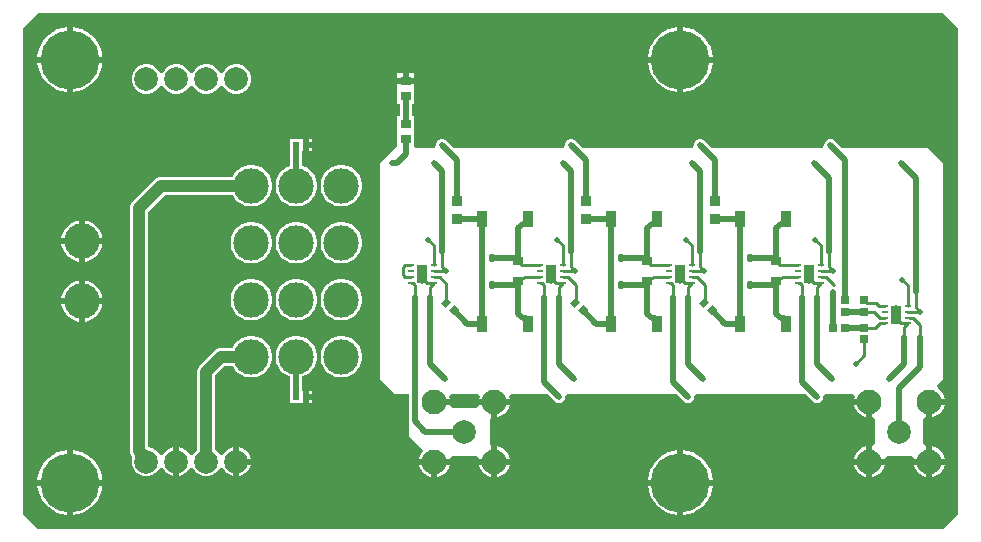
<source format=gtl>
G04*
G04 #@! TF.GenerationSoftware,Altium Limited,Altium Designer,22.10.1 (41)*
G04*
G04 Layer_Physical_Order=1*
G04 Layer_Color=255*
%FSLAX44Y44*%
%MOMM*%
G71*
G04*
G04 #@! TF.SameCoordinates,7D2A880A-0552-440C-8A1C-2383AA23BDA6*
G04*
G04*
G04 #@! TF.FilePolarity,Positive*
G04*
G01*
G75*
%ADD11C,0.2540*%
%ADD15R,0.6500X0.7000*%
%ADD16R,0.7000X0.6500*%
G04:AMPARAMS|DCode=17|XSize=0.5mm|YSize=0.25mm|CornerRadius=0.05mm|HoleSize=0mm|Usage=FLASHONLY|Rotation=0.000|XOffset=0mm|YOffset=0mm|HoleType=Round|Shape=RoundedRectangle|*
%AMROUNDEDRECTD17*
21,1,0.5000,0.1500,0,0,0.0*
21,1,0.4000,0.2500,0,0,0.0*
1,1,0.1000,0.2000,-0.0750*
1,1,0.1000,-0.2000,-0.0750*
1,1,0.1000,-0.2000,0.0750*
1,1,0.1000,0.2000,0.0750*
%
%ADD17ROUNDEDRECTD17*%
G04:AMPARAMS|DCode=18|XSize=0.9mm|YSize=1.6mm|CornerRadius=0.0495mm|HoleSize=0mm|Usage=FLASHONLY|Rotation=0.000|XOffset=0mm|YOffset=0mm|HoleType=Round|Shape=RoundedRectangle|*
%AMROUNDEDRECTD18*
21,1,0.9000,1.5010,0,0,0.0*
21,1,0.8010,1.6000,0,0,0.0*
1,1,0.0990,0.4005,-0.7505*
1,1,0.0990,-0.4005,-0.7505*
1,1,0.0990,-0.4005,0.7505*
1,1,0.0990,0.4005,0.7505*
%
%ADD18ROUNDEDRECTD18*%
%ADD19R,0.9300X0.7900*%
%ADD20R,0.9700X0.9000*%
%ADD21R,0.9000X1.4000*%
%ADD22R,0.9500X0.8000*%
%ADD23R,0.5200X0.5200*%
G04:AMPARAMS|DCode=24|XSize=0.51mm|YSize=0.6mm|CornerRadius=0mm|HoleSize=0mm|Usage=FLASHONLY|Rotation=315.000|XOffset=0mm|YOffset=0mm|HoleType=Round|Shape=Rectangle|*
%AMROTATEDRECTD24*
4,1,4,-0.3925,-0.0318,0.0318,0.3925,0.3925,0.0318,-0.0318,-0.3925,-0.3925,-0.0318,0.0*
%
%ADD24ROTATEDRECTD24*%

G04:AMPARAMS|DCode=25|XSize=0.6mm|YSize=0.54mm|CornerRadius=0.1431mm|HoleSize=0mm|Usage=FLASHONLY|Rotation=270.000|XOffset=0mm|YOffset=0mm|HoleType=Round|Shape=RoundedRectangle|*
%AMROUNDEDRECTD25*
21,1,0.6000,0.2538,0,0,270.0*
21,1,0.3138,0.5400,0,0,270.0*
1,1,0.2862,-0.1269,-0.1569*
1,1,0.2862,-0.1269,0.1569*
1,1,0.2862,0.1269,0.1569*
1,1,0.2862,0.1269,-0.1569*
%
%ADD25ROUNDEDRECTD25*%
%ADD41C,0.5000*%
%ADD43C,0.5080*%
%ADD44C,1.0160*%
%ADD45C,3.0000*%
%ADD46C,5.0000*%
%ADD47C,2.0000*%
%ADD48C,2.1000*%
%ADD49C,0.5080*%
G36*
X751840Y384810D02*
Y-26670D01*
X739140Y-39370D01*
X-26670D01*
X-39370Y-26670D01*
Y384810D01*
X-26670Y397510D01*
X739140D01*
X751840Y384810D01*
D02*
G37*
%LPC*%
G36*
X519430Y385621D02*
Y360680D01*
X544371D01*
X543752Y364589D01*
X542412Y368712D01*
X540444Y372574D01*
X537896Y376081D01*
X534831Y379146D01*
X531324Y381694D01*
X527462Y383662D01*
X523339Y385002D01*
X519430Y385621D01*
D02*
G37*
G36*
X514350D02*
X510441Y385002D01*
X506318Y383662D01*
X502456Y381694D01*
X498949Y379146D01*
X495884Y376081D01*
X493336Y372574D01*
X491368Y368712D01*
X490028Y364589D01*
X489409Y360680D01*
X514350D01*
Y385621D01*
D02*
G37*
G36*
X2540D02*
Y360680D01*
X27481D01*
X26862Y364589D01*
X25522Y368712D01*
X23554Y372574D01*
X21006Y376081D01*
X17941Y379146D01*
X14434Y381694D01*
X10572Y383662D01*
X6449Y385002D01*
X2540Y385621D01*
D02*
G37*
G36*
X-2540D02*
X-6449Y385002D01*
X-10572Y383662D01*
X-14434Y381694D01*
X-17941Y379146D01*
X-21006Y376081D01*
X-23554Y372574D01*
X-25522Y368712D01*
X-26862Y364589D01*
X-27481Y360680D01*
X-2540D01*
Y385621D01*
D02*
G37*
G36*
X142621Y354170D02*
X139319D01*
X136130Y353315D01*
X133270Y351665D01*
X130935Y349330D01*
X129683Y347161D01*
X128930Y346947D01*
X127610D01*
X126857Y347161D01*
X125604Y349330D01*
X123270Y351665D01*
X120410Y353315D01*
X117221Y354170D01*
X113919D01*
X110730Y353315D01*
X107870Y351665D01*
X105535Y349330D01*
X104283Y347161D01*
X103530Y346947D01*
X102210D01*
X101457Y347161D01*
X100204Y349330D01*
X97870Y351665D01*
X95010Y353315D01*
X91821Y354170D01*
X88519D01*
X85330Y353315D01*
X82470Y351665D01*
X80135Y349330D01*
X78883Y347161D01*
X78130Y346947D01*
X76810D01*
X76057Y347161D01*
X74805Y349330D01*
X72470Y351665D01*
X69610Y353315D01*
X66421Y354170D01*
X63119D01*
X59930Y353315D01*
X57070Y351665D01*
X54735Y349330D01*
X53085Y346470D01*
X52230Y343281D01*
Y339979D01*
X53085Y336790D01*
X54735Y333930D01*
X57070Y331595D01*
X59930Y329945D01*
X63119Y329090D01*
X66421D01*
X69610Y329945D01*
X72470Y331595D01*
X74805Y333930D01*
X76057Y336099D01*
X76810Y336313D01*
X78130D01*
X78883Y336099D01*
X80135Y333930D01*
X82470Y331595D01*
X85330Y329945D01*
X88519Y329090D01*
X91821D01*
X95010Y329945D01*
X97870Y331595D01*
X100204Y333930D01*
X101457Y336099D01*
X102210Y336313D01*
X103530D01*
X104283Y336099D01*
X105535Y333930D01*
X107870Y331595D01*
X110730Y329945D01*
X113919Y329090D01*
X117221D01*
X120410Y329945D01*
X123270Y331595D01*
X125604Y333930D01*
X126857Y336099D01*
X127610Y336313D01*
X128930D01*
X129683Y336099D01*
X130935Y333930D01*
X133270Y331595D01*
X136130Y329945D01*
X139319Y329090D01*
X142621D01*
X145810Y329945D01*
X148670Y331595D01*
X151004Y333930D01*
X152655Y336790D01*
X153510Y339979D01*
Y343281D01*
X152655Y346470D01*
X151004Y349330D01*
X148670Y351665D01*
X145810Y353315D01*
X142621Y354170D01*
D02*
G37*
G36*
X291770Y346900D02*
X287020D01*
Y342900D01*
X291770D01*
Y346900D01*
D02*
G37*
G36*
X281940D02*
X277190D01*
Y342900D01*
X281940D01*
Y346900D01*
D02*
G37*
G36*
X544371Y355600D02*
X519430D01*
Y330659D01*
X523339Y331278D01*
X527462Y332618D01*
X531324Y334586D01*
X534831Y337134D01*
X537896Y340199D01*
X540444Y343706D01*
X542412Y347568D01*
X543752Y351691D01*
X544371Y355600D01*
D02*
G37*
G36*
X514350D02*
X489409D01*
X490028Y351691D01*
X491368Y347568D01*
X493336Y343706D01*
X495884Y340199D01*
X498949Y337134D01*
X502456Y334586D01*
X506318Y332618D01*
X510441Y331278D01*
X514350Y330659D01*
Y355600D01*
D02*
G37*
G36*
X27481D02*
X2540D01*
Y330659D01*
X6449Y331278D01*
X10572Y332618D01*
X14434Y334586D01*
X17941Y337134D01*
X21006Y340199D01*
X23554Y343706D01*
X25522Y347568D01*
X26862Y351691D01*
X27481Y355600D01*
D02*
G37*
G36*
X-2540D02*
X-27481D01*
X-26862Y351691D01*
X-25522Y347568D01*
X-23554Y343706D01*
X-21006Y340199D01*
X-17941Y337134D01*
X-14434Y334586D01*
X-10572Y332618D01*
X-6449Y331278D01*
X-2540Y330659D01*
Y355600D01*
D02*
G37*
G36*
X204910Y290890D02*
X202310D01*
Y288290D01*
X204910D01*
Y290890D01*
D02*
G37*
G36*
Y283210D02*
X202310D01*
Y280610D01*
X204910D01*
Y283210D01*
D02*
G37*
G36*
X231597Y269000D02*
X228143D01*
X224754Y268326D01*
X221562Y267004D01*
X218689Y265084D01*
X216246Y262641D01*
X214326Y259768D01*
X213004Y256576D01*
X212330Y253188D01*
Y249732D01*
X213004Y246344D01*
X214326Y243152D01*
X216246Y240279D01*
X218689Y237836D01*
X221562Y235916D01*
X224754Y234594D01*
X228143Y233920D01*
X231597D01*
X234986Y234594D01*
X238178Y235916D01*
X241051Y237836D01*
X243494Y240279D01*
X245414Y243152D01*
X246736Y246344D01*
X247410Y249732D01*
Y253188D01*
X246736Y256576D01*
X245414Y259768D01*
X243494Y262641D01*
X241051Y265084D01*
X238178Y267004D01*
X234986Y268326D01*
X231597Y269000D01*
D02*
G37*
G36*
X191770Y290930D02*
X191571Y290890D01*
X186630D01*
Y285949D01*
X186590Y285750D01*
Y268300D01*
X183462Y267004D01*
X180589Y265084D01*
X178146Y262641D01*
X176226Y259768D01*
X174904Y256576D01*
X174230Y253188D01*
Y249732D01*
X174904Y246344D01*
X176226Y243152D01*
X178146Y240279D01*
X180589Y237836D01*
X183462Y235916D01*
X186654Y234594D01*
X190042Y233920D01*
X193498D01*
X196886Y234594D01*
X200078Y235916D01*
X202951Y237836D01*
X205394Y240279D01*
X207314Y243152D01*
X208636Y246344D01*
X209310Y249732D01*
Y253188D01*
X208636Y256576D01*
X207314Y259768D01*
X205394Y262641D01*
X202951Y265084D01*
X200078Y267004D01*
X196950Y268300D01*
Y280610D01*
X197230D01*
Y285750D01*
Y290890D01*
X191969D01*
X191770Y290930D01*
D02*
G37*
G36*
X155398Y269000D02*
X151943D01*
X148554Y268326D01*
X145362Y267004D01*
X142489Y265084D01*
X140046Y262641D01*
X138126Y259768D01*
X137868Y259146D01*
X77470D01*
X75481Y258884D01*
X73627Y258116D01*
X72035Y256895D01*
X52985Y237845D01*
X51764Y236253D01*
X50996Y234399D01*
X50734Y232410D01*
Y26793D01*
X50996Y24804D01*
X51764Y22950D01*
X52808Y21589D01*
X52230Y19431D01*
Y16129D01*
X53085Y12940D01*
X54735Y10080D01*
X57070Y7746D01*
X59930Y6095D01*
X63119Y5240D01*
X66421D01*
X69610Y6095D01*
X72470Y7746D01*
X74805Y10080D01*
X76057Y12249D01*
X76810Y12463D01*
X78130D01*
X78883Y12249D01*
X80135Y10080D01*
X82470Y7746D01*
X85330Y6095D01*
X87630Y5478D01*
Y17780D01*
Y30082D01*
X85330Y29465D01*
X82470Y27815D01*
X80135Y25480D01*
X78883Y23311D01*
X78130Y23097D01*
X76810D01*
X76057Y23311D01*
X74805Y25480D01*
X72470Y27815D01*
X69610Y29465D01*
X66421Y30320D01*
X66106D01*
Y229226D01*
X80654Y243774D01*
X137868D01*
X138126Y243152D01*
X140046Y240279D01*
X142489Y237836D01*
X145362Y235916D01*
X148554Y234594D01*
X151943Y233920D01*
X155398D01*
X158786Y234594D01*
X161978Y235916D01*
X164851Y237836D01*
X167294Y240279D01*
X169214Y243152D01*
X170536Y246344D01*
X171210Y249732D01*
Y253188D01*
X170536Y256576D01*
X169214Y259768D01*
X167294Y262641D01*
X164851Y265084D01*
X161978Y267004D01*
X158786Y268326D01*
X155398Y269000D01*
D02*
G37*
G36*
X12700Y221848D02*
Y207010D01*
X27538D01*
X27026Y209586D01*
X25704Y212778D01*
X23784Y215651D01*
X21341Y218094D01*
X18468Y220014D01*
X15276Y221336D01*
X12700Y221848D01*
D02*
G37*
G36*
X7620D02*
X5044Y221336D01*
X1852Y220014D01*
X-1021Y218094D01*
X-3464Y215651D01*
X-5384Y212778D01*
X-6706Y209586D01*
X-7218Y207010D01*
X7620D01*
Y221848D01*
D02*
G37*
G36*
X27538Y201930D02*
X12700D01*
Y187092D01*
X15276Y187604D01*
X18468Y188926D01*
X21341Y190846D01*
X23784Y193289D01*
X25704Y196162D01*
X27026Y199354D01*
X27538Y201930D01*
D02*
G37*
G36*
X7620D02*
X-7218D01*
X-6706Y199354D01*
X-5384Y196162D01*
X-3464Y193289D01*
X-1021Y190846D01*
X1852Y188926D01*
X5044Y187604D01*
X7620Y187092D01*
Y201930D01*
D02*
G37*
G36*
X231597Y220740D02*
X228143D01*
X224754Y220066D01*
X221562Y218744D01*
X218689Y216824D01*
X216246Y214381D01*
X214326Y211508D01*
X213004Y208316D01*
X212330Y204928D01*
Y201472D01*
X213004Y198084D01*
X214326Y194892D01*
X216246Y192019D01*
X218689Y189576D01*
X221562Y187656D01*
X224754Y186334D01*
X228143Y185660D01*
X231597D01*
X234986Y186334D01*
X238178Y187656D01*
X241051Y189576D01*
X243494Y192019D01*
X245414Y194892D01*
X246736Y198084D01*
X247410Y201472D01*
Y204928D01*
X246736Y208316D01*
X245414Y211508D01*
X243494Y214381D01*
X241051Y216824D01*
X238178Y218744D01*
X234986Y220066D01*
X231597Y220740D01*
D02*
G37*
G36*
X193498D02*
X190042D01*
X186654Y220066D01*
X183462Y218744D01*
X180589Y216824D01*
X178146Y214381D01*
X176226Y211508D01*
X174904Y208316D01*
X174230Y204928D01*
Y201472D01*
X174904Y198084D01*
X176226Y194892D01*
X178146Y192019D01*
X180589Y189576D01*
X183462Y187656D01*
X186654Y186334D01*
X190042Y185660D01*
X193498D01*
X196886Y186334D01*
X200078Y187656D01*
X202951Y189576D01*
X205394Y192019D01*
X207314Y194892D01*
X208636Y198084D01*
X209310Y201472D01*
Y204928D01*
X208636Y208316D01*
X207314Y211508D01*
X205394Y214381D01*
X202951Y216824D01*
X200078Y218744D01*
X196886Y220066D01*
X193498Y220740D01*
D02*
G37*
G36*
X155398D02*
X151943D01*
X148554Y220066D01*
X145362Y218744D01*
X142489Y216824D01*
X140046Y214381D01*
X138126Y211508D01*
X136804Y208316D01*
X136130Y204928D01*
Y201472D01*
X136804Y198084D01*
X138126Y194892D01*
X140046Y192019D01*
X142489Y189576D01*
X145362Y187656D01*
X148554Y186334D01*
X151943Y185660D01*
X155398D01*
X158786Y186334D01*
X161978Y187656D01*
X164851Y189576D01*
X167294Y192019D01*
X169214Y194892D01*
X170536Y198084D01*
X171210Y201472D01*
Y204928D01*
X170536Y208316D01*
X169214Y211508D01*
X167294Y214381D01*
X164851Y216824D01*
X161978Y218744D01*
X158786Y220066D01*
X155398Y220740D01*
D02*
G37*
G36*
X12700Y171048D02*
Y156210D01*
X27538D01*
X27026Y158786D01*
X25704Y161978D01*
X23784Y164851D01*
X21341Y167294D01*
X18468Y169214D01*
X15276Y170536D01*
X12700Y171048D01*
D02*
G37*
G36*
X7620D02*
X5044Y170536D01*
X1852Y169214D01*
X-1021Y167294D01*
X-3464Y164851D01*
X-5384Y161978D01*
X-6706Y158786D01*
X-7218Y156210D01*
X7620D01*
Y171048D01*
D02*
G37*
G36*
X231597Y172480D02*
X228143D01*
X224754Y171806D01*
X221562Y170484D01*
X218689Y168564D01*
X216246Y166121D01*
X214326Y163248D01*
X213004Y160056D01*
X212330Y156667D01*
Y153212D01*
X213004Y149824D01*
X214326Y146632D01*
X216246Y143759D01*
X218689Y141316D01*
X221562Y139396D01*
X224754Y138074D01*
X228143Y137400D01*
X231597D01*
X234986Y138074D01*
X238178Y139396D01*
X241051Y141316D01*
X243494Y143759D01*
X245414Y146632D01*
X246736Y149824D01*
X247410Y153212D01*
Y156667D01*
X246736Y160056D01*
X245414Y163248D01*
X243494Y166121D01*
X241051Y168564D01*
X238178Y170484D01*
X234986Y171806D01*
X231597Y172480D01*
D02*
G37*
G36*
X193498D02*
X190042D01*
X186654Y171806D01*
X183462Y170484D01*
X180589Y168564D01*
X178146Y166121D01*
X176226Y163248D01*
X174904Y160056D01*
X174230Y156667D01*
Y153212D01*
X174904Y149824D01*
X176226Y146632D01*
X178146Y143759D01*
X180589Y141316D01*
X183462Y139396D01*
X186654Y138074D01*
X190042Y137400D01*
X193498D01*
X196886Y138074D01*
X200078Y139396D01*
X202951Y141316D01*
X205394Y143759D01*
X207314Y146632D01*
X208636Y149824D01*
X209310Y153212D01*
Y156667D01*
X208636Y160056D01*
X207314Y163248D01*
X205394Y166121D01*
X202951Y168564D01*
X200078Y170484D01*
X196886Y171806D01*
X193498Y172480D01*
D02*
G37*
G36*
X155398D02*
X151943D01*
X148554Y171806D01*
X145362Y170484D01*
X142489Y168564D01*
X140046Y166121D01*
X138126Y163248D01*
X136804Y160056D01*
X136130Y156667D01*
Y153212D01*
X136804Y149824D01*
X138126Y146632D01*
X140046Y143759D01*
X142489Y141316D01*
X145362Y139396D01*
X148554Y138074D01*
X151943Y137400D01*
X155398D01*
X158786Y138074D01*
X161978Y139396D01*
X164851Y141316D01*
X167294Y143759D01*
X169214Y146632D01*
X170536Y149824D01*
X171210Y153212D01*
Y156667D01*
X170536Y160056D01*
X169214Y163248D01*
X167294Y166121D01*
X164851Y168564D01*
X161978Y170484D01*
X158786Y171806D01*
X155398Y172480D01*
D02*
G37*
G36*
X27538Y151130D02*
X12700D01*
Y136292D01*
X15276Y136804D01*
X18468Y138126D01*
X21341Y140046D01*
X23784Y142489D01*
X25704Y145362D01*
X27026Y148554D01*
X27538Y151130D01*
D02*
G37*
G36*
X7620D02*
X-7218D01*
X-6706Y148554D01*
X-5384Y145362D01*
X-3464Y142489D01*
X-1021Y140046D01*
X1852Y138126D01*
X5044Y136804D01*
X7620Y136292D01*
Y151130D01*
D02*
G37*
G36*
X155398Y124220D02*
X151943D01*
X148554Y123546D01*
X145362Y122224D01*
X142489Y120304D01*
X140046Y117861D01*
X138126Y114988D01*
X137868Y114366D01*
X128270D01*
X128270Y114366D01*
X126281Y114104D01*
X124427Y113336D01*
X122835Y112115D01*
X110135Y99415D01*
X108914Y97823D01*
X108146Y95969D01*
X107884Y93980D01*
Y27823D01*
X107870Y27815D01*
X105535Y25480D01*
X104283Y23311D01*
X103530Y23097D01*
X102210D01*
X101457Y23311D01*
X100204Y25480D01*
X97870Y27815D01*
X95010Y29465D01*
X92710Y30082D01*
Y17780D01*
Y5478D01*
X95010Y6095D01*
X97870Y7746D01*
X100204Y10080D01*
X101457Y12249D01*
X102210Y12463D01*
X103530D01*
X104283Y12249D01*
X105535Y10080D01*
X107870Y7746D01*
X110730Y6095D01*
X113919Y5240D01*
X117221D01*
X120410Y6095D01*
X123270Y7746D01*
X125604Y10080D01*
X126857Y12249D01*
X127610Y12463D01*
X128930D01*
X129683Y12249D01*
X130935Y10080D01*
X133270Y7746D01*
X136130Y6095D01*
X138430Y5478D01*
Y17780D01*
Y30082D01*
X136130Y29465D01*
X133270Y27815D01*
X130935Y25480D01*
X129683Y23311D01*
X128930Y23097D01*
X127610D01*
X126857Y23311D01*
X125604Y25480D01*
X123270Y27815D01*
X123256Y27823D01*
Y90796D01*
X131454Y98994D01*
X137868D01*
X138126Y98372D01*
X140046Y95499D01*
X142489Y93056D01*
X145362Y91136D01*
X148554Y89814D01*
X151943Y89140D01*
X155398D01*
X158786Y89814D01*
X161978Y91136D01*
X164851Y93056D01*
X167294Y95499D01*
X169214Y98372D01*
X170536Y101564D01*
X171210Y104952D01*
Y108407D01*
X170536Y111796D01*
X169214Y114988D01*
X167294Y117861D01*
X164851Y120304D01*
X161978Y122224D01*
X158786Y123546D01*
X155398Y124220D01*
D02*
G37*
G36*
X231597D02*
X228143D01*
X224754Y123546D01*
X221562Y122224D01*
X218689Y120304D01*
X216246Y117861D01*
X214326Y114988D01*
X213004Y111796D01*
X212330Y108407D01*
Y104952D01*
X213004Y101564D01*
X214326Y98372D01*
X216246Y95499D01*
X218689Y93056D01*
X221562Y91136D01*
X224754Y89814D01*
X228143Y89140D01*
X231597D01*
X234986Y89814D01*
X238178Y91136D01*
X241051Y93056D01*
X243494Y95499D01*
X245414Y98372D01*
X246736Y101564D01*
X247410Y104952D01*
Y108407D01*
X246736Y111796D01*
X245414Y114988D01*
X243494Y117861D01*
X241051Y120304D01*
X238178Y122224D01*
X234986Y123546D01*
X231597Y124220D01*
D02*
G37*
G36*
X204910Y77530D02*
X202310D01*
Y74930D01*
X204910D01*
Y77530D01*
D02*
G37*
G36*
Y69850D02*
X202310D01*
Y67250D01*
X204910D01*
Y69850D01*
D02*
G37*
G36*
X193498Y124220D02*
X190042D01*
X186654Y123546D01*
X183462Y122224D01*
X180589Y120304D01*
X178146Y117861D01*
X176226Y114988D01*
X174904Y111796D01*
X174230Y108407D01*
Y104952D01*
X174904Y101564D01*
X176226Y98372D01*
X178146Y95499D01*
X180589Y93056D01*
X183462Y91136D01*
X186590Y89840D01*
Y72390D01*
X186630Y72191D01*
Y67250D01*
X191571D01*
X191770Y67210D01*
X191969Y67250D01*
X197230D01*
Y72390D01*
Y77530D01*
X196950D01*
Y89840D01*
X200078Y91136D01*
X202951Y93056D01*
X205394Y95499D01*
X207314Y98372D01*
X208636Y101564D01*
X209310Y104952D01*
Y108407D01*
X208636Y111796D01*
X207314Y114988D01*
X205394Y117861D01*
X202951Y120304D01*
X200078Y122224D01*
X196886Y123546D01*
X193498Y124220D01*
D02*
G37*
G36*
X740529Y66040D02*
X730250D01*
Y55761D01*
X732743Y56429D01*
X735717Y58145D01*
X738145Y60573D01*
X739861Y63547D01*
X740529Y66040D01*
D02*
G37*
G36*
X372229D02*
X361950D01*
Y55761D01*
X364443Y56429D01*
X367417Y58145D01*
X369845Y60573D01*
X371561Y63547D01*
X372229Y66040D01*
D02*
G37*
G36*
X674370D02*
X664091D01*
X664759Y63547D01*
X666475Y60573D01*
X668903Y58145D01*
X671877Y56429D01*
X674370Y55761D01*
Y66040D01*
D02*
G37*
G36*
X730250Y30599D02*
Y20320D01*
X740529D01*
X739861Y22813D01*
X738145Y25787D01*
X735717Y28215D01*
X732743Y29931D01*
X730250Y30599D01*
D02*
G37*
G36*
X361950D02*
Y20320D01*
X372229D01*
X371561Y22813D01*
X369845Y25787D01*
X367417Y28215D01*
X364443Y29931D01*
X361950Y30599D01*
D02*
G37*
G36*
X143510Y30082D02*
Y20320D01*
X153272D01*
X152655Y22620D01*
X151004Y25480D01*
X148670Y27815D01*
X145810Y29465D01*
X143510Y30082D01*
D02*
G37*
G36*
X674370Y30599D02*
X671877Y29931D01*
X668903Y28215D01*
X666475Y25787D01*
X664759Y22813D01*
X664091Y20320D01*
X674370D01*
Y30599D01*
D02*
G37*
G36*
X291770Y337820D02*
X277190D01*
Y333820D01*
Y320820D01*
X279300D01*
Y310070D01*
X277190D01*
Y296990D01*
Y283990D01*
X275590Y283210D01*
X262890Y270510D01*
Y87630D01*
X275590Y74930D01*
X286921D01*
Y63500D01*
Y52070D01*
X287020Y51570D01*
Y39370D01*
X299083Y26694D01*
X298175Y25787D01*
X296459Y22813D01*
X295791Y20320D01*
X308610D01*
X321429D01*
X323378Y22860D01*
X344642D01*
X346591Y20320D01*
X356870D01*
Y31371D01*
X355600Y32345D01*
Y54015D01*
X356870Y54989D01*
Y66040D01*
X346591D01*
X344642Y63500D01*
X323378D01*
X321429Y66040D01*
X308610D01*
Y71120D01*
X321429D01*
X321089Y72390D01*
X322709Y74930D01*
X345311D01*
X346931Y72390D01*
X346591Y71120D01*
X359410D01*
X372229D01*
X371889Y72390D01*
X373509Y74930D01*
X404155D01*
X410358Y68727D01*
X410782Y68444D01*
X411142Y68083D01*
X411614Y67888D01*
X412038Y67605D01*
X412538Y67505D01*
X413009Y67310D01*
X413520D01*
X414020Y67210D01*
X414520Y67310D01*
X415031D01*
X415502Y67505D01*
X416002Y67605D01*
X416426Y67888D01*
X416898Y68083D01*
X417258Y68444D01*
X417682Y68727D01*
X417966Y69152D01*
X418327Y69512D01*
X418522Y69984D01*
X418805Y70408D01*
X418905Y70908D01*
X419100Y71379D01*
Y71890D01*
X419199Y72390D01*
X420161Y74187D01*
X421026Y74827D01*
X421255Y74930D01*
X513375D01*
X519577Y68727D01*
X520002Y68444D01*
X520362Y68083D01*
X520834Y67888D01*
X521258Y67605D01*
X521758Y67505D01*
X522229Y67310D01*
X522740D01*
X523240Y67210D01*
X523740Y67310D01*
X524250D01*
X524722Y67505D01*
X525222Y67605D01*
X525646Y67888D01*
X526118Y68083D01*
X526478Y68444D01*
X526903Y68727D01*
X527186Y69152D01*
X527547Y69512D01*
X527742Y69984D01*
X528025Y70408D01*
X528125Y70908D01*
X528320Y71379D01*
Y71890D01*
X528419Y72390D01*
X529381Y74187D01*
X530246Y74827D01*
X530475Y74930D01*
X622595D01*
X628797Y68727D01*
X629222Y68444D01*
X629582Y68083D01*
X630054Y67888D01*
X630478Y67605D01*
X630978Y67505D01*
X631450Y67310D01*
X631960D01*
X632460Y67210D01*
X632960Y67310D01*
X633470D01*
X633942Y67505D01*
X634442Y67605D01*
X634866Y67888D01*
X635338Y68083D01*
X635698Y68444D01*
X636123Y68727D01*
X636406Y69152D01*
X636767Y69512D01*
X636962Y69984D01*
X637245Y70408D01*
X637345Y70908D01*
X637540Y71379D01*
Y71890D01*
X637640Y72390D01*
X638601Y74187D01*
X639466Y74827D01*
X639695Y74930D01*
X662811D01*
X664431Y72390D01*
X664091Y71120D01*
X676910D01*
Y68580D01*
X679450D01*
Y55761D01*
X681990Y53812D01*
Y32548D01*
X679450Y30599D01*
Y20320D01*
X689729D01*
X691678Y22860D01*
X712942D01*
X714891Y20320D01*
X725170D01*
Y30599D01*
X722630Y32548D01*
Y53812D01*
X725170Y55761D01*
Y68580D01*
X727710D01*
Y71120D01*
X740529D01*
X739861Y73613D01*
X738145Y76587D01*
X735717Y79015D01*
X734702Y79600D01*
X734285Y82774D01*
X739140Y87630D01*
Y270510D01*
X726440Y283210D01*
X653755D01*
X647552Y289412D01*
X647128Y289696D01*
X646768Y290057D01*
X646296Y290252D01*
X645872Y290535D01*
X645372Y290635D01*
X644901Y290830D01*
X644390D01*
X643890Y290930D01*
X643390Y290830D01*
X642879D01*
X642408Y290635D01*
X641908Y290535D01*
X641484Y290252D01*
X641012Y290057D01*
X640652Y289696D01*
X640228Y289412D01*
X639944Y288988D01*
X639583Y288628D01*
X639388Y288156D01*
X639105Y287732D01*
X639005Y287232D01*
X638810Y286761D01*
Y286250D01*
X638711Y285750D01*
X637749Y283953D01*
X636884Y283313D01*
X636655Y283210D01*
X543265D01*
X537062Y289412D01*
X536638Y289696D01*
X536278Y290057D01*
X535806Y290252D01*
X535382Y290535D01*
X534882Y290635D01*
X534411Y290830D01*
X533900D01*
X533400Y290930D01*
X532900Y290830D01*
X532389D01*
X531918Y290635D01*
X531418Y290535D01*
X530994Y290252D01*
X530522Y290057D01*
X530162Y289696D01*
X529738Y289412D01*
X529454Y288988D01*
X529093Y288628D01*
X528898Y288156D01*
X528615Y287732D01*
X528515Y287232D01*
X528320Y286761D01*
Y286250D01*
X528220Y285750D01*
X527259Y283953D01*
X526394Y283313D01*
X526165Y283210D01*
X434045D01*
X427842Y289412D01*
X427418Y289696D01*
X427058Y290057D01*
X426586Y290252D01*
X426162Y290535D01*
X425662Y290635D01*
X425191Y290830D01*
X424680D01*
X424180Y290930D01*
X423680Y290830D01*
X423170D01*
X422698Y290635D01*
X422198Y290535D01*
X421774Y290252D01*
X421302Y290057D01*
X420942Y289696D01*
X420518Y289412D01*
X420234Y288988D01*
X419873Y288628D01*
X419678Y288156D01*
X419395Y287732D01*
X419295Y287232D01*
X419100Y286761D01*
Y286250D01*
X419001Y285750D01*
X418039Y283953D01*
X417174Y283313D01*
X416945Y283210D01*
X324825D01*
X318622Y289412D01*
X318198Y289696D01*
X317838Y290057D01*
X317366Y290252D01*
X316942Y290535D01*
X316442Y290635D01*
X315970Y290830D01*
X315460D01*
X314960Y290930D01*
X314460Y290830D01*
X313950D01*
X313478Y290635D01*
X312978Y290535D01*
X312554Y290252D01*
X312082Y290057D01*
X311722Y289696D01*
X311297Y289412D01*
X311014Y288988D01*
X310653Y288628D01*
X310458Y288156D01*
X310175Y287732D01*
X310075Y287232D01*
X309880Y286761D01*
Y286250D01*
X309781Y285750D01*
X308819Y283953D01*
X307954Y283313D01*
X307725Y283210D01*
X293987D01*
X291770Y283990D01*
Y296990D01*
Y310070D01*
X289660D01*
Y320820D01*
X291770D01*
Y333820D01*
Y337820D01*
D02*
G37*
G36*
X153272Y15240D02*
X143510D01*
Y5478D01*
X145810Y6095D01*
X148670Y7746D01*
X151004Y10080D01*
X152655Y12940D01*
X153272Y15240D01*
D02*
G37*
G36*
X740529D02*
X730250D01*
Y4961D01*
X732743Y5629D01*
X735717Y7345D01*
X738145Y9773D01*
X739861Y12747D01*
X740529Y15240D01*
D02*
G37*
G36*
X321429D02*
X311150D01*
Y4961D01*
X313643Y5629D01*
X316617Y7345D01*
X319045Y9773D01*
X320761Y12747D01*
X321429Y15240D01*
D02*
G37*
G36*
X372229D02*
X361950D01*
Y4961D01*
X364443Y5629D01*
X367417Y7345D01*
X369845Y9773D01*
X371561Y12747D01*
X372229Y15240D01*
D02*
G37*
G36*
X689729D02*
X679450D01*
Y4961D01*
X681943Y5629D01*
X684917Y7345D01*
X687345Y9773D01*
X689061Y12747D01*
X689729Y15240D01*
D02*
G37*
G36*
X674370D02*
X664091D01*
X664759Y12747D01*
X666475Y9773D01*
X668903Y7345D01*
X671877Y5629D01*
X674370Y4961D01*
Y15240D01*
D02*
G37*
G36*
X356870D02*
X346591D01*
X347259Y12747D01*
X348975Y9773D01*
X351403Y7345D01*
X354377Y5629D01*
X356870Y4961D01*
Y15240D01*
D02*
G37*
G36*
X306070D02*
X295791D01*
X296459Y12747D01*
X298175Y9773D01*
X300603Y7345D01*
X303577Y5629D01*
X306070Y4961D01*
Y15240D01*
D02*
G37*
G36*
X725170D02*
X714891D01*
X715559Y12747D01*
X717275Y9773D01*
X719703Y7345D01*
X722677Y5629D01*
X725170Y4961D01*
Y15240D01*
D02*
G37*
G36*
X519430Y27481D02*
Y2540D01*
X544371D01*
X543752Y6449D01*
X542412Y10572D01*
X540444Y14434D01*
X537896Y17941D01*
X534831Y21006D01*
X531324Y23554D01*
X527462Y25522D01*
X523339Y26862D01*
X519430Y27481D01*
D02*
G37*
G36*
X514350D02*
X510441Y26862D01*
X506318Y25522D01*
X502456Y23554D01*
X498949Y21006D01*
X495884Y17941D01*
X493336Y14434D01*
X491368Y10572D01*
X490028Y6449D01*
X489409Y2540D01*
X514350D01*
Y27481D01*
D02*
G37*
G36*
X2540D02*
Y2540D01*
X27481D01*
X26862Y6449D01*
X25522Y10572D01*
X23554Y14434D01*
X21006Y17941D01*
X17941Y21006D01*
X14434Y23554D01*
X10572Y25522D01*
X6449Y26862D01*
X2540Y27481D01*
D02*
G37*
G36*
X-2540D02*
X-6449Y26862D01*
X-10572Y25522D01*
X-14434Y23554D01*
X-17941Y21006D01*
X-21006Y17941D01*
X-23554Y14434D01*
X-25522Y10572D01*
X-26862Y6449D01*
X-27481Y2540D01*
X-2540D01*
Y27481D01*
D02*
G37*
G36*
X544371Y-2540D02*
X519430D01*
Y-27481D01*
X523339Y-26862D01*
X527462Y-25522D01*
X531324Y-23554D01*
X534831Y-21006D01*
X537896Y-17941D01*
X540444Y-14434D01*
X542412Y-10572D01*
X543752Y-6449D01*
X544371Y-2540D01*
D02*
G37*
G36*
X514350D02*
X489409D01*
X490028Y-6449D01*
X491368Y-10572D01*
X493336Y-14434D01*
X495884Y-17941D01*
X498949Y-21006D01*
X502456Y-23554D01*
X506318Y-25522D01*
X510441Y-26862D01*
X514350Y-27481D01*
Y-2540D01*
D02*
G37*
G36*
X27481D02*
X2540D01*
Y-27481D01*
X6449Y-26862D01*
X10572Y-25522D01*
X14434Y-23554D01*
X17941Y-21006D01*
X21006Y-17941D01*
X23554Y-14434D01*
X25522Y-10572D01*
X26862Y-6449D01*
X27481Y-2540D01*
D02*
G37*
G36*
X-2540D02*
X-27481D01*
X-26862Y-6449D01*
X-25522Y-10572D01*
X-23554Y-14434D01*
X-21006Y-17941D01*
X-17941Y-21006D01*
X-14434Y-23554D01*
X-10572Y-25522D01*
X-6449Y-26862D01*
X-2540Y-27481D01*
Y-2540D01*
D02*
G37*
%LPD*%
D11*
X598170Y187270D02*
X600850Y184590D01*
X602478D01*
X602558Y173550D02*
X603038Y174030D01*
X598170Y170870D02*
X600850Y173550D01*
X603038Y184030D02*
X616610D01*
X602478Y184590D02*
X603038Y184030D01*
Y174030D02*
X616610D01*
X600850Y173550D02*
X602558D01*
X617820Y169030D02*
X619760Y167090D01*
X616610Y169030D02*
X617820D01*
X632460Y165880D02*
X635610Y169030D01*
X640040Y174030D02*
X646748Y167322D01*
X635610Y174030D02*
X640040D01*
X642620Y182820D02*
X646390Y179050D01*
X635630D02*
X646390D01*
X635610Y179030D02*
X635630Y179050D01*
X630110Y169030D02*
X635610D01*
X626110Y171030D02*
X628110D01*
X630110Y169030D01*
X488950Y187270D02*
X491630Y184590D01*
X493258D01*
X493338Y173550D02*
X493818Y174030D01*
X488950Y170870D02*
X491630Y173550D01*
X493818Y184030D02*
X507390D01*
X493258Y184590D02*
X493818Y184030D01*
Y174030D02*
X507390D01*
X491630Y173550D02*
X493338D01*
X508600Y169030D02*
X510540Y167090D01*
X507390Y169030D02*
X508600D01*
X523240Y165880D02*
X526390Y169030D01*
X530820Y174030D02*
X537528Y167322D01*
X526390Y174030D02*
X530820D01*
X533400Y182820D02*
X537170Y179050D01*
X526410D02*
X537170D01*
X526390Y179030D02*
X526410Y179050D01*
X520890Y169030D02*
X526390D01*
X516890Y171030D02*
X518890D01*
X520890Y169030D01*
X708960Y144760D02*
X720070D01*
X318650Y179030D02*
X318770Y178910D01*
X314960Y182720D02*
X318650Y179030D01*
X665480Y100330D02*
X672770Y107620D01*
Y121310D01*
X304800Y157480D02*
Y165880D01*
X307950Y169030D01*
X298450Y171030D02*
X300450D01*
X407670D02*
X409670D01*
X699440Y136740D02*
X701770D01*
X710500Y139720D02*
X713720D01*
X720090Y123190D02*
Y133350D01*
X713720Y139720D02*
X720090Y133350D01*
X706120Y123190D02*
Y131590D01*
X716280Y148550D02*
Y161290D01*
Y148550D02*
X720070Y144760D01*
X708940Y144740D02*
X708960Y144760D01*
X706104Y134746D02*
X706110Y134740D01*
X709270D01*
X703764Y134746D02*
X706104D01*
X701770Y136740D02*
X703764Y134746D01*
X706120Y131590D02*
X709270Y134740D01*
X523240Y157480D02*
Y165880D01*
X510540Y157480D02*
Y167090D01*
X619760Y157480D02*
Y167090D01*
X632460Y157480D02*
Y165880D01*
X399380Y169030D02*
X401320Y167090D01*
Y157480D02*
Y167090D01*
X398170Y169030D02*
X399380D01*
X414020Y165880D02*
X417170Y169030D01*
X414020Y157480D02*
Y165880D01*
X302450Y169030D02*
X306740D01*
X300450Y171030D02*
X302450Y169030D01*
X292100Y157480D02*
Y167090D01*
X290160Y169030D02*
X292100Y167090D01*
X288950Y169030D02*
X290160D01*
X306740D02*
X307950D01*
X631190Y205600D02*
Y205740D01*
Y205600D02*
X635610Y201180D01*
Y184030D02*
Y201180D01*
X521970Y205600D02*
Y205740D01*
Y205600D02*
X526390Y201180D01*
Y184030D02*
Y201180D01*
X412750Y205600D02*
Y205740D01*
X417170Y184030D02*
Y201180D01*
X412750Y205600D02*
X417170Y201180D01*
X537528Y152718D02*
Y167322D01*
X672770Y154280D02*
X674650Y152400D01*
X533400Y182820D02*
Y195580D01*
X307950Y174030D02*
X313014D01*
X307950Y179030D02*
X318650D01*
X313014Y174030D02*
X318770Y168274D01*
X642620Y182820D02*
Y195580D01*
X680470Y144780D02*
X685510Y139740D01*
X690270D01*
X672770Y144780D02*
X680470D01*
X681660Y130810D02*
X685590Y134740D01*
X690270D01*
X672770Y130810D02*
X681660D01*
X281940Y175518D02*
Y182542D01*
X283428Y184030D01*
X288950D01*
X281940Y175518D02*
X283428Y174030D01*
X288950D01*
X424180Y182820D02*
Y195580D01*
Y182820D02*
X427950Y179050D01*
X417170Y179030D02*
X417190Y179050D01*
X427950D01*
X384118Y173550D02*
X384598Y174030D01*
X379730Y170870D02*
X382410Y173550D01*
X384118D01*
X307950Y184030D02*
Y201180D01*
X303530Y205600D02*
Y205740D01*
Y205600D02*
X307950Y201180D01*
X709270Y149740D02*
Y166890D01*
X704850Y171310D02*
X709270Y166890D01*
X704850Y171310D02*
Y171450D01*
X674650Y152400D02*
X682690D01*
X685350Y149740D02*
X690270D01*
X682690Y152400D02*
X685350Y149740D01*
X314960Y182720D02*
Y195580D01*
X421600Y174030D02*
X428308Y167322D01*
X384598Y174030D02*
X398170D01*
X411670Y169030D02*
X417170D01*
X409670Y171030D02*
X411670Y169030D01*
X417170Y174030D02*
X421600D01*
X428308Y152718D02*
Y167322D01*
X384038Y184590D02*
X384598Y184030D01*
X379730Y187270D02*
X382410Y184590D01*
X384038D01*
X384598Y184030D02*
X398170D01*
X318770Y152400D02*
Y168274D01*
D15*
X656260Y144780D02*
D03*
Y154280D02*
D03*
X672770D02*
D03*
Y144780D02*
D03*
Y130810D02*
D03*
Y121310D02*
D03*
D16*
X655930Y130810D02*
D03*
X646430D02*
D03*
D17*
X690270Y149740D02*
D03*
Y144740D02*
D03*
Y139740D02*
D03*
Y134740D02*
D03*
X709270D02*
D03*
Y139740D02*
D03*
Y144740D02*
D03*
Y149740D02*
D03*
X307950Y184030D02*
D03*
Y179030D02*
D03*
Y174030D02*
D03*
Y169030D02*
D03*
X288950D02*
D03*
Y174030D02*
D03*
Y179030D02*
D03*
Y184030D02*
D03*
X417170D02*
D03*
Y179030D02*
D03*
Y174030D02*
D03*
Y169030D02*
D03*
X398170D02*
D03*
Y174030D02*
D03*
Y179030D02*
D03*
Y184030D02*
D03*
X526390D02*
D03*
Y179030D02*
D03*
Y174030D02*
D03*
Y169030D02*
D03*
X507390D02*
D03*
Y174030D02*
D03*
Y179030D02*
D03*
Y184030D02*
D03*
X635610D02*
D03*
Y179030D02*
D03*
Y174030D02*
D03*
Y169030D02*
D03*
X616610D02*
D03*
Y174030D02*
D03*
Y179030D02*
D03*
Y184030D02*
D03*
D18*
X699770Y142240D02*
D03*
X298450Y176530D02*
D03*
X407670D02*
D03*
X516890D02*
D03*
X626110D02*
D03*
D19*
X379730Y187270D02*
D03*
Y170870D02*
D03*
X598170Y187270D02*
D03*
Y170870D02*
D03*
X488950D02*
D03*
Y187270D02*
D03*
D20*
X327660Y223520D02*
D03*
Y238720D02*
D03*
X546100Y223520D02*
D03*
Y238720D02*
D03*
X436880D02*
D03*
Y223520D02*
D03*
D21*
X387800Y134620D02*
D03*
X348800D02*
D03*
X458020Y223520D02*
D03*
X497020D02*
D03*
X458020Y134620D02*
D03*
X497020D02*
D03*
X606240D02*
D03*
X567240D02*
D03*
X606240Y223520D02*
D03*
X567240D02*
D03*
X348800D02*
D03*
X387800D02*
D03*
D22*
X284480Y303530D02*
D03*
Y290530D02*
D03*
Y340360D02*
D03*
Y327360D02*
D03*
D23*
X191770Y72390D02*
D03*
X199770D02*
D03*
Y285750D02*
D03*
X191770D02*
D03*
D24*
X537210Y152400D02*
D03*
X543786Y145824D02*
D03*
X427990Y152400D02*
D03*
X434566Y145824D02*
D03*
X318770Y152400D02*
D03*
X325346Y145824D02*
D03*
D25*
X567200Y190500D02*
D03*
X575800D02*
D03*
X567200Y167640D02*
D03*
X575800D02*
D03*
X357360Y190500D02*
D03*
X348760D02*
D03*
X466580D02*
D03*
X457980D02*
D03*
X466580Y167640D02*
D03*
X457980D02*
D03*
X357360D02*
D03*
X348760D02*
D03*
D41*
X699770Y147740D02*
D03*
Y136740D02*
D03*
X298450Y171030D02*
D03*
Y182030D02*
D03*
X407670Y171030D02*
D03*
Y182030D02*
D03*
X516890Y171030D02*
D03*
Y182030D02*
D03*
X626110Y171030D02*
D03*
Y182030D02*
D03*
D43*
X606240Y134620D02*
Y137120D01*
X601780Y139080D02*
X604280D01*
X567200Y134660D02*
Y167640D01*
Y190500D01*
X606240Y221020D02*
Y223520D01*
X604280Y219060D02*
X606240Y221020D01*
X567200Y190500D02*
Y223520D01*
X543786Y145824D02*
X554990Y134620D01*
X567240D01*
X601780Y219060D02*
X604280D01*
X598170Y215450D02*
X601780Y219060D01*
X594240Y190500D02*
X596060Y188680D01*
X575800Y190500D02*
X594240D01*
X598170Y187270D02*
Y215450D01*
X596060Y188680D02*
X596760D01*
X598170Y187270D01*
X604280Y139080D02*
X606240Y137120D01*
X596760Y169460D02*
X598170Y170870D01*
X596060Y169460D02*
X596760D01*
X575800Y167640D02*
X594240D01*
X598170Y142690D02*
Y170870D01*
Y142690D02*
X601780Y139080D01*
X594240Y167640D02*
X596060Y169460D01*
X546100Y223520D02*
X567200D01*
X497020Y134620D02*
Y137120D01*
X492560Y139080D02*
X495060D01*
X457980Y134660D02*
Y167640D01*
Y190500D01*
X497020Y221020D02*
Y223520D01*
X495060Y219060D02*
X497020Y221020D01*
X457980Y190500D02*
Y223520D01*
X434566Y145824D02*
X445770Y134620D01*
X458020D01*
X492560Y219060D02*
X495060D01*
X488950Y215450D02*
X492560Y219060D01*
X485020Y190500D02*
X486840Y188680D01*
X466580Y190500D02*
X485020D01*
X488950Y187270D02*
Y215450D01*
X486840Y188680D02*
X487540D01*
X488950Y187270D01*
X495060Y139080D02*
X497020Y137120D01*
X487540Y169460D02*
X488950Y170870D01*
X486840Y169460D02*
X487540D01*
X466580Y167640D02*
X485020D01*
X488950Y142690D02*
Y170870D01*
Y142690D02*
X492560Y139080D01*
X485020Y167640D02*
X486840Y169460D01*
X436880Y223520D02*
X457980D01*
X276860Y270510D02*
X284426Y278076D01*
Y290476D01*
X273050Y270510D02*
X276860D01*
X284426Y290476D02*
X284480Y290530D01*
Y303530D02*
Y327360D01*
X308610Y270510D02*
X314960Y264160D01*
X702310Y43180D02*
Y80010D01*
X720090Y97790D01*
Y123190D01*
X300990Y43180D02*
X334010D01*
X292100Y52070D02*
X300990Y43180D01*
X292100Y52070D02*
Y157480D01*
X401320Y85090D02*
X414020Y72390D01*
X401320Y85090D02*
Y157480D01*
X510540Y85090D02*
X523240Y72390D01*
X619760Y85090D02*
X632460Y72390D01*
X643890Y285750D02*
X656260Y273380D01*
Y154280D02*
Y273380D01*
X533400Y285750D02*
X546100Y273050D01*
X424180Y285750D02*
X436880Y273050D01*
X314960Y285750D02*
X327660Y273050D01*
X191770Y72390D02*
Y106680D01*
Y251460D02*
Y285750D01*
X646430Y130810D02*
Y161290D01*
X706120Y100330D02*
Y123190D01*
X693420Y87630D02*
X706120Y100330D01*
X523240D02*
X535940Y87630D01*
X523240Y100330D02*
Y157480D01*
X510540Y85090D02*
Y157480D01*
X632460Y100330D02*
Y157480D01*
Y100330D02*
X645160Y87630D01*
X619760Y85090D02*
Y157480D01*
X414020Y100330D02*
X426720Y87630D01*
X414020Y100330D02*
Y157480D01*
X304800Y100330D02*
X317500Y87630D01*
X304800Y100330D02*
Y157480D01*
X656260Y144780D02*
X672770D01*
X656260Y130810D02*
X672770D01*
X357360Y167640D02*
X375800D01*
X378320Y169460D02*
X379730Y170870D01*
X377620Y169460D02*
X378320D01*
X375800Y167640D02*
X377620Y169460D01*
X327660Y238720D02*
Y273050D01*
X703580Y270510D02*
X716280Y257810D01*
Y161290D02*
Y257810D01*
X424180Y195580D02*
Y264160D01*
X314960Y195580D02*
Y264160D01*
X417830Y270510D02*
X424180Y264160D01*
X527050Y270510D02*
X533400Y264160D01*
Y195580D02*
Y264160D01*
X629920Y270510D02*
X642620Y257810D01*
Y195580D02*
Y257810D01*
X546100Y238720D02*
Y273050D01*
X436880Y238720D02*
Y273050D01*
X385840Y139080D02*
X387800Y137120D01*
Y134620D02*
Y137120D01*
X379730Y142690D02*
Y170870D01*
Y142690D02*
X383340Y139080D01*
X385840D01*
X348760Y167640D02*
Y190500D01*
X379730Y187270D02*
Y215450D01*
X348760Y190500D02*
Y223520D01*
X379730Y215450D02*
X383340Y219060D01*
X387800Y221020D02*
Y223520D01*
X327660D02*
X348760D01*
X385840Y219060D02*
X387800Y221020D01*
X383340Y219060D02*
X385840D01*
X357360Y190500D02*
X375800D01*
X378320Y188680D02*
X379730Y187270D01*
X375800Y190500D02*
X377620Y188680D01*
X378320D01*
X336550Y134620D02*
X348800D01*
X348760Y134660D02*
Y167640D01*
X325346Y145824D02*
X336550Y134620D01*
D44*
X77470Y251460D02*
X153670D01*
X58420Y232410D02*
X77470Y251460D01*
X58420Y26793D02*
Y232410D01*
Y26793D02*
X64770Y20443D01*
Y17780D02*
Y20443D01*
X115570Y93980D02*
X128270Y106680D01*
X115570Y17780D02*
Y93980D01*
X128270Y106680D02*
X153670D01*
D45*
X10160Y153670D02*
D03*
Y204470D02*
D03*
X229870Y251460D02*
D03*
X191770D02*
D03*
X153670D02*
D03*
X229870Y203200D02*
D03*
X191770D02*
D03*
X153670D02*
D03*
X229870Y154940D02*
D03*
X191770D02*
D03*
X153670D02*
D03*
X229870Y106680D02*
D03*
X191770D02*
D03*
X153670D02*
D03*
D46*
X516890Y358140D02*
D03*
X0D02*
D03*
Y0D02*
D03*
X516890D02*
D03*
D47*
X702310Y43180D02*
D03*
X140970Y17780D02*
D03*
X115570D02*
D03*
X90170D02*
D03*
X64770D02*
D03*
X334010Y43180D02*
D03*
X140970Y341630D02*
D03*
X115570D02*
D03*
X90170D02*
D03*
X64770D02*
D03*
D48*
X676910Y17780D02*
D03*
Y68580D02*
D03*
X727710D02*
D03*
Y17780D02*
D03*
X308610D02*
D03*
Y68580D02*
D03*
X359410D02*
D03*
Y17780D02*
D03*
D49*
X646390Y179050D02*
D03*
X537170D02*
D03*
X273050Y270510D02*
D03*
X308610D02*
D03*
X414020Y72390D02*
D03*
X314960Y285750D02*
D03*
X424180D02*
D03*
X533400D02*
D03*
X643890D02*
D03*
X632460Y72390D02*
D03*
X523240D02*
D03*
X665480Y100330D02*
D03*
X693420Y87630D02*
D03*
X720070Y144760D02*
D03*
X535940Y87630D02*
D03*
X645160D02*
D03*
X426720D02*
D03*
X317500D02*
D03*
X631190Y205740D02*
D03*
X521970D02*
D03*
X412750D02*
D03*
X527050Y270510D02*
D03*
X417830D02*
D03*
X703580D02*
D03*
X303530Y205740D02*
D03*
X427950Y179050D02*
D03*
X318770Y178910D02*
D03*
X704850Y171450D02*
D03*
X629920Y270510D02*
D03*
M02*

</source>
